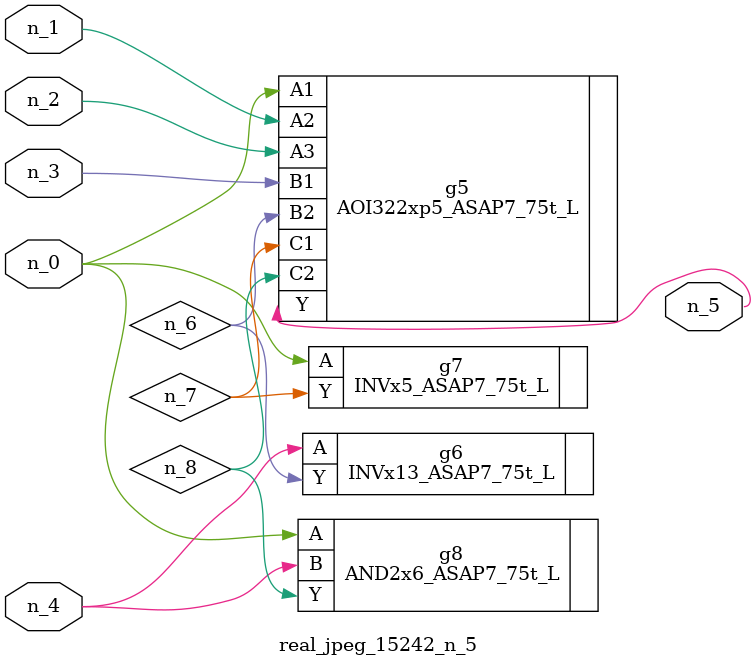
<source format=v>
module real_jpeg_15242_n_5 (n_4, n_0, n_1, n_2, n_3, n_5);

input n_4;
input n_0;
input n_1;
input n_2;
input n_3;

output n_5;

wire n_8;
wire n_6;
wire n_7;

AOI322xp5_ASAP7_75t_L g5 ( 
.A1(n_0),
.A2(n_1),
.A3(n_2),
.B1(n_3),
.B2(n_6),
.C1(n_7),
.C2(n_8),
.Y(n_5)
);

INVx5_ASAP7_75t_L g7 ( 
.A(n_0),
.Y(n_7)
);

AND2x6_ASAP7_75t_L g8 ( 
.A(n_0),
.B(n_4),
.Y(n_8)
);

INVx13_ASAP7_75t_L g6 ( 
.A(n_4),
.Y(n_6)
);


endmodule
</source>
